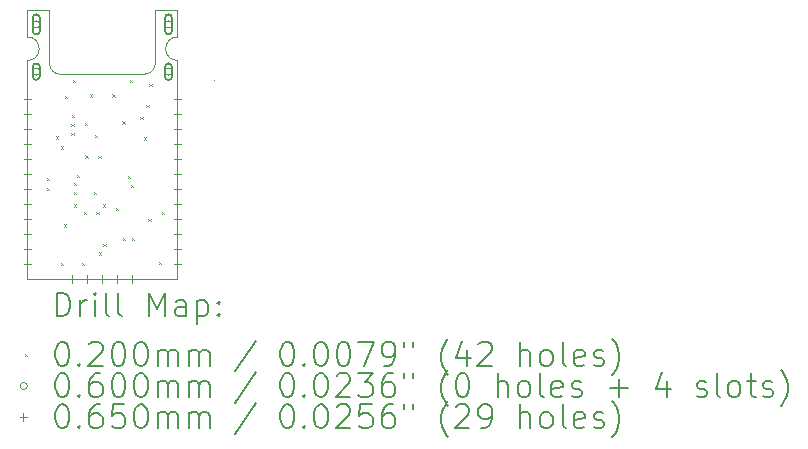
<source format=gbr>
%TF.GenerationSoftware,KiCad,Pcbnew,7.0.2*%
%TF.CreationDate,2023-07-26T16:03:30+02:00*%
%TF.ProjectId,epi,6570692e-6b69-4636-9164-5f7063625858,1_2_0*%
%TF.SameCoordinates,Original*%
%TF.FileFunction,Drillmap*%
%TF.FilePolarity,Positive*%
%FSLAX45Y45*%
G04 Gerber Fmt 4.5, Leading zero omitted, Abs format (unit mm)*
G04 Created by KiCad (PCBNEW 7.0.2) date 2023-07-26 16:03:30*
%MOMM*%
%LPD*%
G01*
G04 APERTURE LIST*
%ADD10C,0.010000*%
%ADD11C,0.100000*%
%ADD12C,0.200000*%
%ADD13C,0.020000*%
%ADD14C,0.060000*%
%ADD15C,0.065000*%
G04 APERTURE END LIST*
D10*
X11062322Y-5140000D02*
X11062322Y-5365000D01*
X9792322Y-5140000D02*
X9792322Y-5365000D01*
X10875442Y-5590000D02*
X10875442Y-5140000D01*
X11062322Y-5365000D02*
G75*
G03*
X11062322Y-5565000I-2J-100000D01*
G01*
X10785442Y-5680000D02*
X10069048Y-5680000D01*
X9979050Y-5590000D02*
G75*
G03*
X10069048Y-5680000I90000J0D01*
G01*
X9979048Y-5590000D02*
X9979048Y-5140000D01*
X9792322Y-5565000D02*
G75*
G03*
X9792322Y-5365000I-2J100000D01*
G01*
X10875442Y-5140000D02*
X11062322Y-5140000D01*
X11062322Y-7416000D02*
X11062322Y-5565000D01*
X9792322Y-7416000D02*
X11062322Y-7416000D01*
X10785442Y-5680002D02*
G75*
G03*
X10875442Y-5590000I-2J90002D01*
G01*
X9792322Y-5565000D02*
X9792322Y-7416000D01*
X9792322Y-5140000D02*
X9979048Y-5140000D01*
D11*
X11372322Y-5730000D02*
X11372322Y-5730000D01*
D12*
D13*
X9954872Y-6556000D02*
X9974872Y-6576000D01*
X9974872Y-6556000D02*
X9954872Y-6576000D01*
X9954872Y-6643254D02*
X9974872Y-6663254D01*
X9974872Y-6643254D02*
X9954872Y-6663254D01*
X10032322Y-6206000D02*
X10052322Y-6226000D01*
X10052322Y-6206000D02*
X10032322Y-6226000D01*
X10073322Y-6290000D02*
X10093322Y-6310000D01*
X10093322Y-6290000D02*
X10073322Y-6310000D01*
X10073322Y-7276000D02*
X10093322Y-7296000D01*
X10093322Y-7276000D02*
X10073322Y-7296000D01*
X10101234Y-6952088D02*
X10121234Y-6972088D01*
X10121234Y-6952088D02*
X10101234Y-6972088D01*
X10107766Y-5864058D02*
X10127766Y-5884058D01*
X10127766Y-5864058D02*
X10107766Y-5884058D01*
X10165410Y-6101250D02*
X10185410Y-6121250D01*
X10185410Y-6101250D02*
X10165410Y-6121250D01*
X10165410Y-6176200D02*
X10185410Y-6196200D01*
X10185410Y-6176200D02*
X10165410Y-6196200D01*
X10166557Y-6026308D02*
X10186557Y-6046308D01*
X10186557Y-6026308D02*
X10166557Y-6046308D01*
X10177322Y-5730000D02*
X10197322Y-5750000D01*
X10197322Y-5730000D02*
X10177322Y-5750000D01*
X10183322Y-6600000D02*
X10203322Y-6620000D01*
X10203322Y-6600000D02*
X10183322Y-6620000D01*
X10183322Y-6675050D02*
X10203322Y-6695050D01*
X10203322Y-6675050D02*
X10183322Y-6695050D01*
X10184186Y-6780864D02*
X10204186Y-6800864D01*
X10204186Y-6780864D02*
X10184186Y-6800864D01*
X10210872Y-6530254D02*
X10230872Y-6550254D01*
X10230872Y-6530254D02*
X10210872Y-6550254D01*
X10252322Y-7276000D02*
X10272322Y-7296000D01*
X10272322Y-7276000D02*
X10252322Y-7296000D01*
X10269772Y-6843700D02*
X10289772Y-6863700D01*
X10289772Y-6843700D02*
X10269772Y-6863700D01*
X10277442Y-6092000D02*
X10297442Y-6112000D01*
X10297442Y-6092000D02*
X10277442Y-6112000D01*
X10284185Y-6366687D02*
X10304185Y-6386687D01*
X10304185Y-6366687D02*
X10284185Y-6386687D01*
X10323322Y-5850000D02*
X10343322Y-5870000D01*
X10343322Y-5850000D02*
X10323322Y-5870000D01*
X10352322Y-6676000D02*
X10372322Y-6696000D01*
X10372322Y-6676000D02*
X10352322Y-6696000D01*
X10362372Y-6192305D02*
X10382372Y-6212305D01*
X10382372Y-6192305D02*
X10362372Y-6212305D01*
X10374722Y-6843700D02*
X10394722Y-6863700D01*
X10394722Y-6843700D02*
X10374722Y-6863700D01*
X10393322Y-6371992D02*
X10413322Y-6391992D01*
X10413322Y-6371992D02*
X10393322Y-6391992D01*
X10396372Y-7190000D02*
X10416372Y-7210000D01*
X10416372Y-7190000D02*
X10396372Y-7210000D01*
X10433322Y-6783600D02*
X10453322Y-6803600D01*
X10453322Y-6783600D02*
X10433322Y-6803600D01*
X10436272Y-7117520D02*
X10456272Y-7137520D01*
X10456272Y-7117520D02*
X10436272Y-7137520D01*
X10512322Y-5850000D02*
X10532322Y-5870000D01*
X10532322Y-5850000D02*
X10512322Y-5870000D01*
X10543322Y-6812450D02*
X10563322Y-6832450D01*
X10563322Y-6812450D02*
X10543322Y-6832450D01*
X10596272Y-6080000D02*
X10616272Y-6100000D01*
X10616272Y-6080000D02*
X10596272Y-6100000D01*
X10602382Y-7068253D02*
X10622382Y-7088253D01*
X10622382Y-7068253D02*
X10602382Y-7088253D01*
X10643322Y-6540000D02*
X10663322Y-6560000D01*
X10663322Y-6540000D02*
X10643322Y-6560000D01*
X10657322Y-5730000D02*
X10677322Y-5750000D01*
X10677322Y-5730000D02*
X10657322Y-5750000D01*
X10668631Y-6614976D02*
X10688631Y-6634976D01*
X10688631Y-6614976D02*
X10668631Y-6634976D01*
X10677303Y-7066157D02*
X10697303Y-7086157D01*
X10697303Y-7066157D02*
X10677303Y-7086157D01*
X10749322Y-6040000D02*
X10769322Y-6060000D01*
X10769322Y-6040000D02*
X10749322Y-6060000D01*
X10780322Y-6216000D02*
X10800322Y-6236000D01*
X10800322Y-6216000D02*
X10780322Y-6236000D01*
X10798872Y-5940000D02*
X10818872Y-5960000D01*
X10818872Y-5940000D02*
X10798872Y-5960000D01*
X10814910Y-6903412D02*
X10834910Y-6923412D01*
X10834910Y-6903412D02*
X10814910Y-6923412D01*
X10823322Y-5760000D02*
X10843322Y-5780000D01*
X10843322Y-5760000D02*
X10823322Y-5780000D01*
X10907272Y-7270000D02*
X10927272Y-7290000D01*
X10927272Y-7270000D02*
X10907272Y-7290000D01*
X10932251Y-6845487D02*
X10952251Y-6865487D01*
X10952251Y-6845487D02*
X10932251Y-6865487D01*
D14*
X9897322Y-5259150D02*
G75*
G03*
X9897322Y-5259150I-30000J0D01*
G01*
D12*
X9837322Y-5204150D02*
X9837322Y-5314150D01*
X9837322Y-5314150D02*
G75*
G03*
X9897322Y-5314150I30000J0D01*
G01*
X9897322Y-5314150D02*
X9897322Y-5204150D01*
X9897322Y-5204150D02*
G75*
G03*
X9837322Y-5204150I-30000J0D01*
G01*
D14*
X9897322Y-5659150D02*
G75*
G03*
X9897322Y-5659150I-30000J0D01*
G01*
D12*
X9837322Y-5619150D02*
X9837322Y-5699150D01*
X9837322Y-5699150D02*
G75*
G03*
X9897322Y-5699150I30000J0D01*
G01*
X9897322Y-5699150D02*
X9897322Y-5619150D01*
X9897322Y-5619150D02*
G75*
G03*
X9837322Y-5619150I-30000J0D01*
G01*
D14*
X11017322Y-5259150D02*
G75*
G03*
X11017322Y-5259150I-30000J0D01*
G01*
D12*
X10957322Y-5204150D02*
X10957322Y-5314150D01*
X10957322Y-5314150D02*
G75*
G03*
X11017322Y-5314150I30000J0D01*
G01*
X11017322Y-5314150D02*
X11017322Y-5204150D01*
X11017322Y-5204150D02*
G75*
G03*
X10957322Y-5204150I-30000J0D01*
G01*
D14*
X11017322Y-5659150D02*
G75*
G03*
X11017322Y-5659150I-30000J0D01*
G01*
D12*
X10957322Y-5619150D02*
X10957322Y-5699150D01*
X10957322Y-5699150D02*
G75*
G03*
X11017322Y-5699150I30000J0D01*
G01*
X11017322Y-5699150D02*
X11017322Y-5619150D01*
X11017322Y-5619150D02*
G75*
G03*
X10957322Y-5619150I-30000J0D01*
G01*
D15*
X9792322Y-5859500D02*
X9792322Y-5924500D01*
X9759822Y-5892000D02*
X9824822Y-5892000D01*
X9792322Y-5986500D02*
X9792322Y-6051500D01*
X9759822Y-6019000D02*
X9824822Y-6019000D01*
X9792322Y-6113500D02*
X9792322Y-6178500D01*
X9759822Y-6146000D02*
X9824822Y-6146000D01*
X9792322Y-6240500D02*
X9792322Y-6305500D01*
X9759822Y-6273000D02*
X9824822Y-6273000D01*
X9792322Y-6367500D02*
X9792322Y-6432500D01*
X9759822Y-6400000D02*
X9824822Y-6400000D01*
X9792322Y-6494500D02*
X9792322Y-6559500D01*
X9759822Y-6527000D02*
X9824822Y-6527000D01*
X9792322Y-6621500D02*
X9792322Y-6686500D01*
X9759822Y-6654000D02*
X9824822Y-6654000D01*
X9792322Y-6748500D02*
X9792322Y-6813500D01*
X9759822Y-6781000D02*
X9824822Y-6781000D01*
X9792322Y-6875500D02*
X9792322Y-6940500D01*
X9759822Y-6908000D02*
X9824822Y-6908000D01*
X9792322Y-7002500D02*
X9792322Y-7067500D01*
X9759822Y-7035000D02*
X9824822Y-7035000D01*
X9792322Y-7129500D02*
X9792322Y-7194500D01*
X9759822Y-7162000D02*
X9824822Y-7162000D01*
X9792322Y-7256500D02*
X9792322Y-7321500D01*
X9759822Y-7289000D02*
X9824822Y-7289000D01*
X10173322Y-7383500D02*
X10173322Y-7448500D01*
X10140822Y-7416000D02*
X10205822Y-7416000D01*
X10300322Y-7383500D02*
X10300322Y-7448500D01*
X10267822Y-7416000D02*
X10332822Y-7416000D01*
X10427322Y-7383500D02*
X10427322Y-7448500D01*
X10394822Y-7416000D02*
X10459822Y-7416000D01*
X10554322Y-7383500D02*
X10554322Y-7448500D01*
X10521822Y-7416000D02*
X10586822Y-7416000D01*
X10681322Y-7383500D02*
X10681322Y-7448500D01*
X10648822Y-7416000D02*
X10713822Y-7416000D01*
X11062322Y-5859500D02*
X11062322Y-5924500D01*
X11029822Y-5892000D02*
X11094822Y-5892000D01*
X11062322Y-5986500D02*
X11062322Y-6051500D01*
X11029822Y-6019000D02*
X11094822Y-6019000D01*
X11062322Y-6113500D02*
X11062322Y-6178500D01*
X11029822Y-6146000D02*
X11094822Y-6146000D01*
X11062322Y-6240500D02*
X11062322Y-6305500D01*
X11029822Y-6273000D02*
X11094822Y-6273000D01*
X11062322Y-6367500D02*
X11062322Y-6432500D01*
X11029822Y-6400000D02*
X11094822Y-6400000D01*
X11062322Y-6494500D02*
X11062322Y-6559500D01*
X11029822Y-6527000D02*
X11094822Y-6527000D01*
X11062322Y-6621500D02*
X11062322Y-6686500D01*
X11029822Y-6654000D02*
X11094822Y-6654000D01*
X11062322Y-6748500D02*
X11062322Y-6813500D01*
X11029822Y-6781000D02*
X11094822Y-6781000D01*
X11062322Y-6875500D02*
X11062322Y-6940500D01*
X11029822Y-6908000D02*
X11094822Y-6908000D01*
X11062322Y-7002500D02*
X11062322Y-7067500D01*
X11029822Y-7035000D02*
X11094822Y-7035000D01*
X11062322Y-7129500D02*
X11062322Y-7194500D01*
X11029822Y-7162000D02*
X11094822Y-7162000D01*
X11062322Y-7256500D02*
X11062322Y-7321500D01*
X11029822Y-7289000D02*
X11094822Y-7289000D01*
D12*
X10039441Y-7729024D02*
X10039441Y-7529024D01*
X10039441Y-7529024D02*
X10087060Y-7529024D01*
X10087060Y-7529024D02*
X10115632Y-7538548D01*
X10115632Y-7538548D02*
X10134679Y-7557595D01*
X10134679Y-7557595D02*
X10144203Y-7576643D01*
X10144203Y-7576643D02*
X10153727Y-7614738D01*
X10153727Y-7614738D02*
X10153727Y-7643309D01*
X10153727Y-7643309D02*
X10144203Y-7681405D01*
X10144203Y-7681405D02*
X10134679Y-7700452D01*
X10134679Y-7700452D02*
X10115632Y-7719500D01*
X10115632Y-7719500D02*
X10087060Y-7729024D01*
X10087060Y-7729024D02*
X10039441Y-7729024D01*
X10239441Y-7729024D02*
X10239441Y-7595690D01*
X10239441Y-7633786D02*
X10248965Y-7614738D01*
X10248965Y-7614738D02*
X10258489Y-7605214D01*
X10258489Y-7605214D02*
X10277536Y-7595690D01*
X10277536Y-7595690D02*
X10296584Y-7595690D01*
X10363251Y-7729024D02*
X10363251Y-7595690D01*
X10363251Y-7529024D02*
X10353727Y-7538548D01*
X10353727Y-7538548D02*
X10363251Y-7548071D01*
X10363251Y-7548071D02*
X10372774Y-7538548D01*
X10372774Y-7538548D02*
X10363251Y-7529024D01*
X10363251Y-7529024D02*
X10363251Y-7548071D01*
X10487060Y-7729024D02*
X10468012Y-7719500D01*
X10468012Y-7719500D02*
X10458489Y-7700452D01*
X10458489Y-7700452D02*
X10458489Y-7529024D01*
X10591822Y-7729024D02*
X10572774Y-7719500D01*
X10572774Y-7719500D02*
X10563251Y-7700452D01*
X10563251Y-7700452D02*
X10563251Y-7529024D01*
X10820393Y-7729024D02*
X10820393Y-7529024D01*
X10820393Y-7529024D02*
X10887060Y-7671881D01*
X10887060Y-7671881D02*
X10953727Y-7529024D01*
X10953727Y-7529024D02*
X10953727Y-7729024D01*
X11134679Y-7729024D02*
X11134679Y-7624262D01*
X11134679Y-7624262D02*
X11125155Y-7605214D01*
X11125155Y-7605214D02*
X11106108Y-7595690D01*
X11106108Y-7595690D02*
X11068012Y-7595690D01*
X11068012Y-7595690D02*
X11048965Y-7605214D01*
X11134679Y-7719500D02*
X11115632Y-7729024D01*
X11115632Y-7729024D02*
X11068012Y-7729024D01*
X11068012Y-7729024D02*
X11048965Y-7719500D01*
X11048965Y-7719500D02*
X11039441Y-7700452D01*
X11039441Y-7700452D02*
X11039441Y-7681405D01*
X11039441Y-7681405D02*
X11048965Y-7662357D01*
X11048965Y-7662357D02*
X11068012Y-7652833D01*
X11068012Y-7652833D02*
X11115632Y-7652833D01*
X11115632Y-7652833D02*
X11134679Y-7643309D01*
X11229917Y-7595690D02*
X11229917Y-7795690D01*
X11229917Y-7605214D02*
X11248965Y-7595690D01*
X11248965Y-7595690D02*
X11287060Y-7595690D01*
X11287060Y-7595690D02*
X11306108Y-7605214D01*
X11306108Y-7605214D02*
X11315631Y-7614738D01*
X11315631Y-7614738D02*
X11325155Y-7633786D01*
X11325155Y-7633786D02*
X11325155Y-7690928D01*
X11325155Y-7690928D02*
X11315631Y-7709976D01*
X11315631Y-7709976D02*
X11306108Y-7719500D01*
X11306108Y-7719500D02*
X11287060Y-7729024D01*
X11287060Y-7729024D02*
X11248965Y-7729024D01*
X11248965Y-7729024D02*
X11229917Y-7719500D01*
X11410870Y-7709976D02*
X11420393Y-7719500D01*
X11420393Y-7719500D02*
X11410870Y-7729024D01*
X11410870Y-7729024D02*
X11401346Y-7719500D01*
X11401346Y-7719500D02*
X11410870Y-7709976D01*
X11410870Y-7709976D02*
X11410870Y-7729024D01*
X11410870Y-7605214D02*
X11420393Y-7614738D01*
X11420393Y-7614738D02*
X11410870Y-7624262D01*
X11410870Y-7624262D02*
X11401346Y-7614738D01*
X11401346Y-7614738D02*
X11410870Y-7605214D01*
X11410870Y-7605214D02*
X11410870Y-7624262D01*
D13*
X9771822Y-8046500D02*
X9791822Y-8066500D01*
X9791822Y-8046500D02*
X9771822Y-8066500D01*
D12*
X10077536Y-7949024D02*
X10096584Y-7949024D01*
X10096584Y-7949024D02*
X10115632Y-7958548D01*
X10115632Y-7958548D02*
X10125155Y-7968071D01*
X10125155Y-7968071D02*
X10134679Y-7987119D01*
X10134679Y-7987119D02*
X10144203Y-8025214D01*
X10144203Y-8025214D02*
X10144203Y-8072833D01*
X10144203Y-8072833D02*
X10134679Y-8110928D01*
X10134679Y-8110928D02*
X10125155Y-8129976D01*
X10125155Y-8129976D02*
X10115632Y-8139500D01*
X10115632Y-8139500D02*
X10096584Y-8149024D01*
X10096584Y-8149024D02*
X10077536Y-8149024D01*
X10077536Y-8149024D02*
X10058489Y-8139500D01*
X10058489Y-8139500D02*
X10048965Y-8129976D01*
X10048965Y-8129976D02*
X10039441Y-8110928D01*
X10039441Y-8110928D02*
X10029917Y-8072833D01*
X10029917Y-8072833D02*
X10029917Y-8025214D01*
X10029917Y-8025214D02*
X10039441Y-7987119D01*
X10039441Y-7987119D02*
X10048965Y-7968071D01*
X10048965Y-7968071D02*
X10058489Y-7958548D01*
X10058489Y-7958548D02*
X10077536Y-7949024D01*
X10229917Y-8129976D02*
X10239441Y-8139500D01*
X10239441Y-8139500D02*
X10229917Y-8149024D01*
X10229917Y-8149024D02*
X10220393Y-8139500D01*
X10220393Y-8139500D02*
X10229917Y-8129976D01*
X10229917Y-8129976D02*
X10229917Y-8149024D01*
X10315632Y-7968071D02*
X10325155Y-7958548D01*
X10325155Y-7958548D02*
X10344203Y-7949024D01*
X10344203Y-7949024D02*
X10391822Y-7949024D01*
X10391822Y-7949024D02*
X10410870Y-7958548D01*
X10410870Y-7958548D02*
X10420393Y-7968071D01*
X10420393Y-7968071D02*
X10429917Y-7987119D01*
X10429917Y-7987119D02*
X10429917Y-8006167D01*
X10429917Y-8006167D02*
X10420393Y-8034738D01*
X10420393Y-8034738D02*
X10306108Y-8149024D01*
X10306108Y-8149024D02*
X10429917Y-8149024D01*
X10553727Y-7949024D02*
X10572774Y-7949024D01*
X10572774Y-7949024D02*
X10591822Y-7958548D01*
X10591822Y-7958548D02*
X10601346Y-7968071D01*
X10601346Y-7968071D02*
X10610870Y-7987119D01*
X10610870Y-7987119D02*
X10620393Y-8025214D01*
X10620393Y-8025214D02*
X10620393Y-8072833D01*
X10620393Y-8072833D02*
X10610870Y-8110928D01*
X10610870Y-8110928D02*
X10601346Y-8129976D01*
X10601346Y-8129976D02*
X10591822Y-8139500D01*
X10591822Y-8139500D02*
X10572774Y-8149024D01*
X10572774Y-8149024D02*
X10553727Y-8149024D01*
X10553727Y-8149024D02*
X10534679Y-8139500D01*
X10534679Y-8139500D02*
X10525155Y-8129976D01*
X10525155Y-8129976D02*
X10515632Y-8110928D01*
X10515632Y-8110928D02*
X10506108Y-8072833D01*
X10506108Y-8072833D02*
X10506108Y-8025214D01*
X10506108Y-8025214D02*
X10515632Y-7987119D01*
X10515632Y-7987119D02*
X10525155Y-7968071D01*
X10525155Y-7968071D02*
X10534679Y-7958548D01*
X10534679Y-7958548D02*
X10553727Y-7949024D01*
X10744203Y-7949024D02*
X10763251Y-7949024D01*
X10763251Y-7949024D02*
X10782298Y-7958548D01*
X10782298Y-7958548D02*
X10791822Y-7968071D01*
X10791822Y-7968071D02*
X10801346Y-7987119D01*
X10801346Y-7987119D02*
X10810870Y-8025214D01*
X10810870Y-8025214D02*
X10810870Y-8072833D01*
X10810870Y-8072833D02*
X10801346Y-8110928D01*
X10801346Y-8110928D02*
X10791822Y-8129976D01*
X10791822Y-8129976D02*
X10782298Y-8139500D01*
X10782298Y-8139500D02*
X10763251Y-8149024D01*
X10763251Y-8149024D02*
X10744203Y-8149024D01*
X10744203Y-8149024D02*
X10725155Y-8139500D01*
X10725155Y-8139500D02*
X10715632Y-8129976D01*
X10715632Y-8129976D02*
X10706108Y-8110928D01*
X10706108Y-8110928D02*
X10696584Y-8072833D01*
X10696584Y-8072833D02*
X10696584Y-8025214D01*
X10696584Y-8025214D02*
X10706108Y-7987119D01*
X10706108Y-7987119D02*
X10715632Y-7968071D01*
X10715632Y-7968071D02*
X10725155Y-7958548D01*
X10725155Y-7958548D02*
X10744203Y-7949024D01*
X10896584Y-8149024D02*
X10896584Y-8015690D01*
X10896584Y-8034738D02*
X10906108Y-8025214D01*
X10906108Y-8025214D02*
X10925155Y-8015690D01*
X10925155Y-8015690D02*
X10953727Y-8015690D01*
X10953727Y-8015690D02*
X10972774Y-8025214D01*
X10972774Y-8025214D02*
X10982298Y-8044262D01*
X10982298Y-8044262D02*
X10982298Y-8149024D01*
X10982298Y-8044262D02*
X10991822Y-8025214D01*
X10991822Y-8025214D02*
X11010870Y-8015690D01*
X11010870Y-8015690D02*
X11039441Y-8015690D01*
X11039441Y-8015690D02*
X11058489Y-8025214D01*
X11058489Y-8025214D02*
X11068013Y-8044262D01*
X11068013Y-8044262D02*
X11068013Y-8149024D01*
X11163251Y-8149024D02*
X11163251Y-8015690D01*
X11163251Y-8034738D02*
X11172774Y-8025214D01*
X11172774Y-8025214D02*
X11191822Y-8015690D01*
X11191822Y-8015690D02*
X11220393Y-8015690D01*
X11220393Y-8015690D02*
X11239441Y-8025214D01*
X11239441Y-8025214D02*
X11248965Y-8044262D01*
X11248965Y-8044262D02*
X11248965Y-8149024D01*
X11248965Y-8044262D02*
X11258489Y-8025214D01*
X11258489Y-8025214D02*
X11277536Y-8015690D01*
X11277536Y-8015690D02*
X11306108Y-8015690D01*
X11306108Y-8015690D02*
X11325155Y-8025214D01*
X11325155Y-8025214D02*
X11334679Y-8044262D01*
X11334679Y-8044262D02*
X11334679Y-8149024D01*
X11725155Y-7939500D02*
X11553727Y-8196643D01*
X11982298Y-7949024D02*
X12001346Y-7949024D01*
X12001346Y-7949024D02*
X12020394Y-7958548D01*
X12020394Y-7958548D02*
X12029917Y-7968071D01*
X12029917Y-7968071D02*
X12039441Y-7987119D01*
X12039441Y-7987119D02*
X12048965Y-8025214D01*
X12048965Y-8025214D02*
X12048965Y-8072833D01*
X12048965Y-8072833D02*
X12039441Y-8110928D01*
X12039441Y-8110928D02*
X12029917Y-8129976D01*
X12029917Y-8129976D02*
X12020394Y-8139500D01*
X12020394Y-8139500D02*
X12001346Y-8149024D01*
X12001346Y-8149024D02*
X11982298Y-8149024D01*
X11982298Y-8149024D02*
X11963251Y-8139500D01*
X11963251Y-8139500D02*
X11953727Y-8129976D01*
X11953727Y-8129976D02*
X11944203Y-8110928D01*
X11944203Y-8110928D02*
X11934679Y-8072833D01*
X11934679Y-8072833D02*
X11934679Y-8025214D01*
X11934679Y-8025214D02*
X11944203Y-7987119D01*
X11944203Y-7987119D02*
X11953727Y-7968071D01*
X11953727Y-7968071D02*
X11963251Y-7958548D01*
X11963251Y-7958548D02*
X11982298Y-7949024D01*
X12134679Y-8129976D02*
X12144203Y-8139500D01*
X12144203Y-8139500D02*
X12134679Y-8149024D01*
X12134679Y-8149024D02*
X12125155Y-8139500D01*
X12125155Y-8139500D02*
X12134679Y-8129976D01*
X12134679Y-8129976D02*
X12134679Y-8149024D01*
X12268013Y-7949024D02*
X12287060Y-7949024D01*
X12287060Y-7949024D02*
X12306108Y-7958548D01*
X12306108Y-7958548D02*
X12315632Y-7968071D01*
X12315632Y-7968071D02*
X12325155Y-7987119D01*
X12325155Y-7987119D02*
X12334679Y-8025214D01*
X12334679Y-8025214D02*
X12334679Y-8072833D01*
X12334679Y-8072833D02*
X12325155Y-8110928D01*
X12325155Y-8110928D02*
X12315632Y-8129976D01*
X12315632Y-8129976D02*
X12306108Y-8139500D01*
X12306108Y-8139500D02*
X12287060Y-8149024D01*
X12287060Y-8149024D02*
X12268013Y-8149024D01*
X12268013Y-8149024D02*
X12248965Y-8139500D01*
X12248965Y-8139500D02*
X12239441Y-8129976D01*
X12239441Y-8129976D02*
X12229917Y-8110928D01*
X12229917Y-8110928D02*
X12220394Y-8072833D01*
X12220394Y-8072833D02*
X12220394Y-8025214D01*
X12220394Y-8025214D02*
X12229917Y-7987119D01*
X12229917Y-7987119D02*
X12239441Y-7968071D01*
X12239441Y-7968071D02*
X12248965Y-7958548D01*
X12248965Y-7958548D02*
X12268013Y-7949024D01*
X12458489Y-7949024D02*
X12477536Y-7949024D01*
X12477536Y-7949024D02*
X12496584Y-7958548D01*
X12496584Y-7958548D02*
X12506108Y-7968071D01*
X12506108Y-7968071D02*
X12515632Y-7987119D01*
X12515632Y-7987119D02*
X12525155Y-8025214D01*
X12525155Y-8025214D02*
X12525155Y-8072833D01*
X12525155Y-8072833D02*
X12515632Y-8110928D01*
X12515632Y-8110928D02*
X12506108Y-8129976D01*
X12506108Y-8129976D02*
X12496584Y-8139500D01*
X12496584Y-8139500D02*
X12477536Y-8149024D01*
X12477536Y-8149024D02*
X12458489Y-8149024D01*
X12458489Y-8149024D02*
X12439441Y-8139500D01*
X12439441Y-8139500D02*
X12429917Y-8129976D01*
X12429917Y-8129976D02*
X12420394Y-8110928D01*
X12420394Y-8110928D02*
X12410870Y-8072833D01*
X12410870Y-8072833D02*
X12410870Y-8025214D01*
X12410870Y-8025214D02*
X12420394Y-7987119D01*
X12420394Y-7987119D02*
X12429917Y-7968071D01*
X12429917Y-7968071D02*
X12439441Y-7958548D01*
X12439441Y-7958548D02*
X12458489Y-7949024D01*
X12591822Y-7949024D02*
X12725155Y-7949024D01*
X12725155Y-7949024D02*
X12639441Y-8149024D01*
X12810870Y-8149024D02*
X12848965Y-8149024D01*
X12848965Y-8149024D02*
X12868013Y-8139500D01*
X12868013Y-8139500D02*
X12877536Y-8129976D01*
X12877536Y-8129976D02*
X12896584Y-8101405D01*
X12896584Y-8101405D02*
X12906108Y-8063309D01*
X12906108Y-8063309D02*
X12906108Y-7987119D01*
X12906108Y-7987119D02*
X12896584Y-7968071D01*
X12896584Y-7968071D02*
X12887060Y-7958548D01*
X12887060Y-7958548D02*
X12868013Y-7949024D01*
X12868013Y-7949024D02*
X12829917Y-7949024D01*
X12829917Y-7949024D02*
X12810870Y-7958548D01*
X12810870Y-7958548D02*
X12801346Y-7968071D01*
X12801346Y-7968071D02*
X12791822Y-7987119D01*
X12791822Y-7987119D02*
X12791822Y-8034738D01*
X12791822Y-8034738D02*
X12801346Y-8053786D01*
X12801346Y-8053786D02*
X12810870Y-8063309D01*
X12810870Y-8063309D02*
X12829917Y-8072833D01*
X12829917Y-8072833D02*
X12868013Y-8072833D01*
X12868013Y-8072833D02*
X12887060Y-8063309D01*
X12887060Y-8063309D02*
X12896584Y-8053786D01*
X12896584Y-8053786D02*
X12906108Y-8034738D01*
X12982298Y-7949024D02*
X12982298Y-7987119D01*
X13058489Y-7949024D02*
X13058489Y-7987119D01*
X13353727Y-8225214D02*
X13344203Y-8215690D01*
X13344203Y-8215690D02*
X13325156Y-8187119D01*
X13325156Y-8187119D02*
X13315632Y-8168071D01*
X13315632Y-8168071D02*
X13306108Y-8139500D01*
X13306108Y-8139500D02*
X13296584Y-8091881D01*
X13296584Y-8091881D02*
X13296584Y-8053786D01*
X13296584Y-8053786D02*
X13306108Y-8006167D01*
X13306108Y-8006167D02*
X13315632Y-7977595D01*
X13315632Y-7977595D02*
X13325156Y-7958548D01*
X13325156Y-7958548D02*
X13344203Y-7929976D01*
X13344203Y-7929976D02*
X13353727Y-7920452D01*
X13515632Y-8015690D02*
X13515632Y-8149024D01*
X13468013Y-7939500D02*
X13420394Y-8082357D01*
X13420394Y-8082357D02*
X13544203Y-8082357D01*
X13610870Y-7968071D02*
X13620394Y-7958548D01*
X13620394Y-7958548D02*
X13639441Y-7949024D01*
X13639441Y-7949024D02*
X13687060Y-7949024D01*
X13687060Y-7949024D02*
X13706108Y-7958548D01*
X13706108Y-7958548D02*
X13715632Y-7968071D01*
X13715632Y-7968071D02*
X13725156Y-7987119D01*
X13725156Y-7987119D02*
X13725156Y-8006167D01*
X13725156Y-8006167D02*
X13715632Y-8034738D01*
X13715632Y-8034738D02*
X13601346Y-8149024D01*
X13601346Y-8149024D02*
X13725156Y-8149024D01*
X13963251Y-8149024D02*
X13963251Y-7949024D01*
X14048965Y-8149024D02*
X14048965Y-8044262D01*
X14048965Y-8044262D02*
X14039441Y-8025214D01*
X14039441Y-8025214D02*
X14020394Y-8015690D01*
X14020394Y-8015690D02*
X13991822Y-8015690D01*
X13991822Y-8015690D02*
X13972775Y-8025214D01*
X13972775Y-8025214D02*
X13963251Y-8034738D01*
X14172775Y-8149024D02*
X14153727Y-8139500D01*
X14153727Y-8139500D02*
X14144203Y-8129976D01*
X14144203Y-8129976D02*
X14134679Y-8110928D01*
X14134679Y-8110928D02*
X14134679Y-8053786D01*
X14134679Y-8053786D02*
X14144203Y-8034738D01*
X14144203Y-8034738D02*
X14153727Y-8025214D01*
X14153727Y-8025214D02*
X14172775Y-8015690D01*
X14172775Y-8015690D02*
X14201346Y-8015690D01*
X14201346Y-8015690D02*
X14220394Y-8025214D01*
X14220394Y-8025214D02*
X14229918Y-8034738D01*
X14229918Y-8034738D02*
X14239441Y-8053786D01*
X14239441Y-8053786D02*
X14239441Y-8110928D01*
X14239441Y-8110928D02*
X14229918Y-8129976D01*
X14229918Y-8129976D02*
X14220394Y-8139500D01*
X14220394Y-8139500D02*
X14201346Y-8149024D01*
X14201346Y-8149024D02*
X14172775Y-8149024D01*
X14353727Y-8149024D02*
X14334679Y-8139500D01*
X14334679Y-8139500D02*
X14325156Y-8120452D01*
X14325156Y-8120452D02*
X14325156Y-7949024D01*
X14506108Y-8139500D02*
X14487060Y-8149024D01*
X14487060Y-8149024D02*
X14448965Y-8149024D01*
X14448965Y-8149024D02*
X14429918Y-8139500D01*
X14429918Y-8139500D02*
X14420394Y-8120452D01*
X14420394Y-8120452D02*
X14420394Y-8044262D01*
X14420394Y-8044262D02*
X14429918Y-8025214D01*
X14429918Y-8025214D02*
X14448965Y-8015690D01*
X14448965Y-8015690D02*
X14487060Y-8015690D01*
X14487060Y-8015690D02*
X14506108Y-8025214D01*
X14506108Y-8025214D02*
X14515632Y-8044262D01*
X14515632Y-8044262D02*
X14515632Y-8063309D01*
X14515632Y-8063309D02*
X14420394Y-8082357D01*
X14591822Y-8139500D02*
X14610870Y-8149024D01*
X14610870Y-8149024D02*
X14648965Y-8149024D01*
X14648965Y-8149024D02*
X14668013Y-8139500D01*
X14668013Y-8139500D02*
X14677537Y-8120452D01*
X14677537Y-8120452D02*
X14677537Y-8110928D01*
X14677537Y-8110928D02*
X14668013Y-8091881D01*
X14668013Y-8091881D02*
X14648965Y-8082357D01*
X14648965Y-8082357D02*
X14620394Y-8082357D01*
X14620394Y-8082357D02*
X14601346Y-8072833D01*
X14601346Y-8072833D02*
X14591822Y-8053786D01*
X14591822Y-8053786D02*
X14591822Y-8044262D01*
X14591822Y-8044262D02*
X14601346Y-8025214D01*
X14601346Y-8025214D02*
X14620394Y-8015690D01*
X14620394Y-8015690D02*
X14648965Y-8015690D01*
X14648965Y-8015690D02*
X14668013Y-8025214D01*
X14744203Y-8225214D02*
X14753727Y-8215690D01*
X14753727Y-8215690D02*
X14772775Y-8187119D01*
X14772775Y-8187119D02*
X14782299Y-8168071D01*
X14782299Y-8168071D02*
X14791822Y-8139500D01*
X14791822Y-8139500D02*
X14801346Y-8091881D01*
X14801346Y-8091881D02*
X14801346Y-8053786D01*
X14801346Y-8053786D02*
X14791822Y-8006167D01*
X14791822Y-8006167D02*
X14782299Y-7977595D01*
X14782299Y-7977595D02*
X14772775Y-7958548D01*
X14772775Y-7958548D02*
X14753727Y-7929976D01*
X14753727Y-7929976D02*
X14744203Y-7920452D01*
D14*
X9791822Y-8320500D02*
G75*
G03*
X9791822Y-8320500I-30000J0D01*
G01*
D12*
X10077536Y-8213024D02*
X10096584Y-8213024D01*
X10096584Y-8213024D02*
X10115632Y-8222548D01*
X10115632Y-8222548D02*
X10125155Y-8232071D01*
X10125155Y-8232071D02*
X10134679Y-8251119D01*
X10134679Y-8251119D02*
X10144203Y-8289214D01*
X10144203Y-8289214D02*
X10144203Y-8336833D01*
X10144203Y-8336833D02*
X10134679Y-8374928D01*
X10134679Y-8374928D02*
X10125155Y-8393976D01*
X10125155Y-8393976D02*
X10115632Y-8403500D01*
X10115632Y-8403500D02*
X10096584Y-8413024D01*
X10096584Y-8413024D02*
X10077536Y-8413024D01*
X10077536Y-8413024D02*
X10058489Y-8403500D01*
X10058489Y-8403500D02*
X10048965Y-8393976D01*
X10048965Y-8393976D02*
X10039441Y-8374928D01*
X10039441Y-8374928D02*
X10029917Y-8336833D01*
X10029917Y-8336833D02*
X10029917Y-8289214D01*
X10029917Y-8289214D02*
X10039441Y-8251119D01*
X10039441Y-8251119D02*
X10048965Y-8232071D01*
X10048965Y-8232071D02*
X10058489Y-8222548D01*
X10058489Y-8222548D02*
X10077536Y-8213024D01*
X10229917Y-8393976D02*
X10239441Y-8403500D01*
X10239441Y-8403500D02*
X10229917Y-8413024D01*
X10229917Y-8413024D02*
X10220393Y-8403500D01*
X10220393Y-8403500D02*
X10229917Y-8393976D01*
X10229917Y-8393976D02*
X10229917Y-8413024D01*
X10410870Y-8213024D02*
X10372774Y-8213024D01*
X10372774Y-8213024D02*
X10353727Y-8222548D01*
X10353727Y-8222548D02*
X10344203Y-8232071D01*
X10344203Y-8232071D02*
X10325155Y-8260643D01*
X10325155Y-8260643D02*
X10315632Y-8298738D01*
X10315632Y-8298738D02*
X10315632Y-8374928D01*
X10315632Y-8374928D02*
X10325155Y-8393976D01*
X10325155Y-8393976D02*
X10334679Y-8403500D01*
X10334679Y-8403500D02*
X10353727Y-8413024D01*
X10353727Y-8413024D02*
X10391822Y-8413024D01*
X10391822Y-8413024D02*
X10410870Y-8403500D01*
X10410870Y-8403500D02*
X10420393Y-8393976D01*
X10420393Y-8393976D02*
X10429917Y-8374928D01*
X10429917Y-8374928D02*
X10429917Y-8327309D01*
X10429917Y-8327309D02*
X10420393Y-8308262D01*
X10420393Y-8308262D02*
X10410870Y-8298738D01*
X10410870Y-8298738D02*
X10391822Y-8289214D01*
X10391822Y-8289214D02*
X10353727Y-8289214D01*
X10353727Y-8289214D02*
X10334679Y-8298738D01*
X10334679Y-8298738D02*
X10325155Y-8308262D01*
X10325155Y-8308262D02*
X10315632Y-8327309D01*
X10553727Y-8213024D02*
X10572774Y-8213024D01*
X10572774Y-8213024D02*
X10591822Y-8222548D01*
X10591822Y-8222548D02*
X10601346Y-8232071D01*
X10601346Y-8232071D02*
X10610870Y-8251119D01*
X10610870Y-8251119D02*
X10620393Y-8289214D01*
X10620393Y-8289214D02*
X10620393Y-8336833D01*
X10620393Y-8336833D02*
X10610870Y-8374928D01*
X10610870Y-8374928D02*
X10601346Y-8393976D01*
X10601346Y-8393976D02*
X10591822Y-8403500D01*
X10591822Y-8403500D02*
X10572774Y-8413024D01*
X10572774Y-8413024D02*
X10553727Y-8413024D01*
X10553727Y-8413024D02*
X10534679Y-8403500D01*
X10534679Y-8403500D02*
X10525155Y-8393976D01*
X10525155Y-8393976D02*
X10515632Y-8374928D01*
X10515632Y-8374928D02*
X10506108Y-8336833D01*
X10506108Y-8336833D02*
X10506108Y-8289214D01*
X10506108Y-8289214D02*
X10515632Y-8251119D01*
X10515632Y-8251119D02*
X10525155Y-8232071D01*
X10525155Y-8232071D02*
X10534679Y-8222548D01*
X10534679Y-8222548D02*
X10553727Y-8213024D01*
X10744203Y-8213024D02*
X10763251Y-8213024D01*
X10763251Y-8213024D02*
X10782298Y-8222548D01*
X10782298Y-8222548D02*
X10791822Y-8232071D01*
X10791822Y-8232071D02*
X10801346Y-8251119D01*
X10801346Y-8251119D02*
X10810870Y-8289214D01*
X10810870Y-8289214D02*
X10810870Y-8336833D01*
X10810870Y-8336833D02*
X10801346Y-8374928D01*
X10801346Y-8374928D02*
X10791822Y-8393976D01*
X10791822Y-8393976D02*
X10782298Y-8403500D01*
X10782298Y-8403500D02*
X10763251Y-8413024D01*
X10763251Y-8413024D02*
X10744203Y-8413024D01*
X10744203Y-8413024D02*
X10725155Y-8403500D01*
X10725155Y-8403500D02*
X10715632Y-8393976D01*
X10715632Y-8393976D02*
X10706108Y-8374928D01*
X10706108Y-8374928D02*
X10696584Y-8336833D01*
X10696584Y-8336833D02*
X10696584Y-8289214D01*
X10696584Y-8289214D02*
X10706108Y-8251119D01*
X10706108Y-8251119D02*
X10715632Y-8232071D01*
X10715632Y-8232071D02*
X10725155Y-8222548D01*
X10725155Y-8222548D02*
X10744203Y-8213024D01*
X10896584Y-8413024D02*
X10896584Y-8279690D01*
X10896584Y-8298738D02*
X10906108Y-8289214D01*
X10906108Y-8289214D02*
X10925155Y-8279690D01*
X10925155Y-8279690D02*
X10953727Y-8279690D01*
X10953727Y-8279690D02*
X10972774Y-8289214D01*
X10972774Y-8289214D02*
X10982298Y-8308262D01*
X10982298Y-8308262D02*
X10982298Y-8413024D01*
X10982298Y-8308262D02*
X10991822Y-8289214D01*
X10991822Y-8289214D02*
X11010870Y-8279690D01*
X11010870Y-8279690D02*
X11039441Y-8279690D01*
X11039441Y-8279690D02*
X11058489Y-8289214D01*
X11058489Y-8289214D02*
X11068013Y-8308262D01*
X11068013Y-8308262D02*
X11068013Y-8413024D01*
X11163251Y-8413024D02*
X11163251Y-8279690D01*
X11163251Y-8298738D02*
X11172774Y-8289214D01*
X11172774Y-8289214D02*
X11191822Y-8279690D01*
X11191822Y-8279690D02*
X11220393Y-8279690D01*
X11220393Y-8279690D02*
X11239441Y-8289214D01*
X11239441Y-8289214D02*
X11248965Y-8308262D01*
X11248965Y-8308262D02*
X11248965Y-8413024D01*
X11248965Y-8308262D02*
X11258489Y-8289214D01*
X11258489Y-8289214D02*
X11277536Y-8279690D01*
X11277536Y-8279690D02*
X11306108Y-8279690D01*
X11306108Y-8279690D02*
X11325155Y-8289214D01*
X11325155Y-8289214D02*
X11334679Y-8308262D01*
X11334679Y-8308262D02*
X11334679Y-8413024D01*
X11725155Y-8203500D02*
X11553727Y-8460643D01*
X11982298Y-8213024D02*
X12001346Y-8213024D01*
X12001346Y-8213024D02*
X12020394Y-8222548D01*
X12020394Y-8222548D02*
X12029917Y-8232071D01*
X12029917Y-8232071D02*
X12039441Y-8251119D01*
X12039441Y-8251119D02*
X12048965Y-8289214D01*
X12048965Y-8289214D02*
X12048965Y-8336833D01*
X12048965Y-8336833D02*
X12039441Y-8374928D01*
X12039441Y-8374928D02*
X12029917Y-8393976D01*
X12029917Y-8393976D02*
X12020394Y-8403500D01*
X12020394Y-8403500D02*
X12001346Y-8413024D01*
X12001346Y-8413024D02*
X11982298Y-8413024D01*
X11982298Y-8413024D02*
X11963251Y-8403500D01*
X11963251Y-8403500D02*
X11953727Y-8393976D01*
X11953727Y-8393976D02*
X11944203Y-8374928D01*
X11944203Y-8374928D02*
X11934679Y-8336833D01*
X11934679Y-8336833D02*
X11934679Y-8289214D01*
X11934679Y-8289214D02*
X11944203Y-8251119D01*
X11944203Y-8251119D02*
X11953727Y-8232071D01*
X11953727Y-8232071D02*
X11963251Y-8222548D01*
X11963251Y-8222548D02*
X11982298Y-8213024D01*
X12134679Y-8393976D02*
X12144203Y-8403500D01*
X12144203Y-8403500D02*
X12134679Y-8413024D01*
X12134679Y-8413024D02*
X12125155Y-8403500D01*
X12125155Y-8403500D02*
X12134679Y-8393976D01*
X12134679Y-8393976D02*
X12134679Y-8413024D01*
X12268013Y-8213024D02*
X12287060Y-8213024D01*
X12287060Y-8213024D02*
X12306108Y-8222548D01*
X12306108Y-8222548D02*
X12315632Y-8232071D01*
X12315632Y-8232071D02*
X12325155Y-8251119D01*
X12325155Y-8251119D02*
X12334679Y-8289214D01*
X12334679Y-8289214D02*
X12334679Y-8336833D01*
X12334679Y-8336833D02*
X12325155Y-8374928D01*
X12325155Y-8374928D02*
X12315632Y-8393976D01*
X12315632Y-8393976D02*
X12306108Y-8403500D01*
X12306108Y-8403500D02*
X12287060Y-8413024D01*
X12287060Y-8413024D02*
X12268013Y-8413024D01*
X12268013Y-8413024D02*
X12248965Y-8403500D01*
X12248965Y-8403500D02*
X12239441Y-8393976D01*
X12239441Y-8393976D02*
X12229917Y-8374928D01*
X12229917Y-8374928D02*
X12220394Y-8336833D01*
X12220394Y-8336833D02*
X12220394Y-8289214D01*
X12220394Y-8289214D02*
X12229917Y-8251119D01*
X12229917Y-8251119D02*
X12239441Y-8232071D01*
X12239441Y-8232071D02*
X12248965Y-8222548D01*
X12248965Y-8222548D02*
X12268013Y-8213024D01*
X12410870Y-8232071D02*
X12420394Y-8222548D01*
X12420394Y-8222548D02*
X12439441Y-8213024D01*
X12439441Y-8213024D02*
X12487060Y-8213024D01*
X12487060Y-8213024D02*
X12506108Y-8222548D01*
X12506108Y-8222548D02*
X12515632Y-8232071D01*
X12515632Y-8232071D02*
X12525155Y-8251119D01*
X12525155Y-8251119D02*
X12525155Y-8270167D01*
X12525155Y-8270167D02*
X12515632Y-8298738D01*
X12515632Y-8298738D02*
X12401346Y-8413024D01*
X12401346Y-8413024D02*
X12525155Y-8413024D01*
X12591822Y-8213024D02*
X12715632Y-8213024D01*
X12715632Y-8213024D02*
X12648965Y-8289214D01*
X12648965Y-8289214D02*
X12677536Y-8289214D01*
X12677536Y-8289214D02*
X12696584Y-8298738D01*
X12696584Y-8298738D02*
X12706108Y-8308262D01*
X12706108Y-8308262D02*
X12715632Y-8327309D01*
X12715632Y-8327309D02*
X12715632Y-8374928D01*
X12715632Y-8374928D02*
X12706108Y-8393976D01*
X12706108Y-8393976D02*
X12696584Y-8403500D01*
X12696584Y-8403500D02*
X12677536Y-8413024D01*
X12677536Y-8413024D02*
X12620394Y-8413024D01*
X12620394Y-8413024D02*
X12601346Y-8403500D01*
X12601346Y-8403500D02*
X12591822Y-8393976D01*
X12887060Y-8213024D02*
X12848965Y-8213024D01*
X12848965Y-8213024D02*
X12829917Y-8222548D01*
X12829917Y-8222548D02*
X12820394Y-8232071D01*
X12820394Y-8232071D02*
X12801346Y-8260643D01*
X12801346Y-8260643D02*
X12791822Y-8298738D01*
X12791822Y-8298738D02*
X12791822Y-8374928D01*
X12791822Y-8374928D02*
X12801346Y-8393976D01*
X12801346Y-8393976D02*
X12810870Y-8403500D01*
X12810870Y-8403500D02*
X12829917Y-8413024D01*
X12829917Y-8413024D02*
X12868013Y-8413024D01*
X12868013Y-8413024D02*
X12887060Y-8403500D01*
X12887060Y-8403500D02*
X12896584Y-8393976D01*
X12896584Y-8393976D02*
X12906108Y-8374928D01*
X12906108Y-8374928D02*
X12906108Y-8327309D01*
X12906108Y-8327309D02*
X12896584Y-8308262D01*
X12896584Y-8308262D02*
X12887060Y-8298738D01*
X12887060Y-8298738D02*
X12868013Y-8289214D01*
X12868013Y-8289214D02*
X12829917Y-8289214D01*
X12829917Y-8289214D02*
X12810870Y-8298738D01*
X12810870Y-8298738D02*
X12801346Y-8308262D01*
X12801346Y-8308262D02*
X12791822Y-8327309D01*
X12982298Y-8213024D02*
X12982298Y-8251119D01*
X13058489Y-8213024D02*
X13058489Y-8251119D01*
X13353727Y-8489214D02*
X13344203Y-8479690D01*
X13344203Y-8479690D02*
X13325156Y-8451119D01*
X13325156Y-8451119D02*
X13315632Y-8432071D01*
X13315632Y-8432071D02*
X13306108Y-8403500D01*
X13306108Y-8403500D02*
X13296584Y-8355881D01*
X13296584Y-8355881D02*
X13296584Y-8317786D01*
X13296584Y-8317786D02*
X13306108Y-8270167D01*
X13306108Y-8270167D02*
X13315632Y-8241595D01*
X13315632Y-8241595D02*
X13325156Y-8222548D01*
X13325156Y-8222548D02*
X13344203Y-8193976D01*
X13344203Y-8193976D02*
X13353727Y-8184452D01*
X13468013Y-8213024D02*
X13487060Y-8213024D01*
X13487060Y-8213024D02*
X13506108Y-8222548D01*
X13506108Y-8222548D02*
X13515632Y-8232071D01*
X13515632Y-8232071D02*
X13525156Y-8251119D01*
X13525156Y-8251119D02*
X13534679Y-8289214D01*
X13534679Y-8289214D02*
X13534679Y-8336833D01*
X13534679Y-8336833D02*
X13525156Y-8374928D01*
X13525156Y-8374928D02*
X13515632Y-8393976D01*
X13515632Y-8393976D02*
X13506108Y-8403500D01*
X13506108Y-8403500D02*
X13487060Y-8413024D01*
X13487060Y-8413024D02*
X13468013Y-8413024D01*
X13468013Y-8413024D02*
X13448965Y-8403500D01*
X13448965Y-8403500D02*
X13439441Y-8393976D01*
X13439441Y-8393976D02*
X13429917Y-8374928D01*
X13429917Y-8374928D02*
X13420394Y-8336833D01*
X13420394Y-8336833D02*
X13420394Y-8289214D01*
X13420394Y-8289214D02*
X13429917Y-8251119D01*
X13429917Y-8251119D02*
X13439441Y-8232071D01*
X13439441Y-8232071D02*
X13448965Y-8222548D01*
X13448965Y-8222548D02*
X13468013Y-8213024D01*
X13772775Y-8413024D02*
X13772775Y-8213024D01*
X13858489Y-8413024D02*
X13858489Y-8308262D01*
X13858489Y-8308262D02*
X13848965Y-8289214D01*
X13848965Y-8289214D02*
X13829918Y-8279690D01*
X13829918Y-8279690D02*
X13801346Y-8279690D01*
X13801346Y-8279690D02*
X13782298Y-8289214D01*
X13782298Y-8289214D02*
X13772775Y-8298738D01*
X13982298Y-8413024D02*
X13963251Y-8403500D01*
X13963251Y-8403500D02*
X13953727Y-8393976D01*
X13953727Y-8393976D02*
X13944203Y-8374928D01*
X13944203Y-8374928D02*
X13944203Y-8317786D01*
X13944203Y-8317786D02*
X13953727Y-8298738D01*
X13953727Y-8298738D02*
X13963251Y-8289214D01*
X13963251Y-8289214D02*
X13982298Y-8279690D01*
X13982298Y-8279690D02*
X14010870Y-8279690D01*
X14010870Y-8279690D02*
X14029918Y-8289214D01*
X14029918Y-8289214D02*
X14039441Y-8298738D01*
X14039441Y-8298738D02*
X14048965Y-8317786D01*
X14048965Y-8317786D02*
X14048965Y-8374928D01*
X14048965Y-8374928D02*
X14039441Y-8393976D01*
X14039441Y-8393976D02*
X14029918Y-8403500D01*
X14029918Y-8403500D02*
X14010870Y-8413024D01*
X14010870Y-8413024D02*
X13982298Y-8413024D01*
X14163251Y-8413024D02*
X14144203Y-8403500D01*
X14144203Y-8403500D02*
X14134679Y-8384452D01*
X14134679Y-8384452D02*
X14134679Y-8213024D01*
X14315632Y-8403500D02*
X14296584Y-8413024D01*
X14296584Y-8413024D02*
X14258489Y-8413024D01*
X14258489Y-8413024D02*
X14239441Y-8403500D01*
X14239441Y-8403500D02*
X14229918Y-8384452D01*
X14229918Y-8384452D02*
X14229918Y-8308262D01*
X14229918Y-8308262D02*
X14239441Y-8289214D01*
X14239441Y-8289214D02*
X14258489Y-8279690D01*
X14258489Y-8279690D02*
X14296584Y-8279690D01*
X14296584Y-8279690D02*
X14315632Y-8289214D01*
X14315632Y-8289214D02*
X14325156Y-8308262D01*
X14325156Y-8308262D02*
X14325156Y-8327309D01*
X14325156Y-8327309D02*
X14229918Y-8346357D01*
X14401346Y-8403500D02*
X14420394Y-8413024D01*
X14420394Y-8413024D02*
X14458489Y-8413024D01*
X14458489Y-8413024D02*
X14477537Y-8403500D01*
X14477537Y-8403500D02*
X14487060Y-8384452D01*
X14487060Y-8384452D02*
X14487060Y-8374928D01*
X14487060Y-8374928D02*
X14477537Y-8355881D01*
X14477537Y-8355881D02*
X14458489Y-8346357D01*
X14458489Y-8346357D02*
X14429918Y-8346357D01*
X14429918Y-8346357D02*
X14410870Y-8336833D01*
X14410870Y-8336833D02*
X14401346Y-8317786D01*
X14401346Y-8317786D02*
X14401346Y-8308262D01*
X14401346Y-8308262D02*
X14410870Y-8289214D01*
X14410870Y-8289214D02*
X14429918Y-8279690D01*
X14429918Y-8279690D02*
X14458489Y-8279690D01*
X14458489Y-8279690D02*
X14477537Y-8289214D01*
X14725156Y-8336833D02*
X14877537Y-8336833D01*
X14801346Y-8413024D02*
X14801346Y-8260643D01*
X15210870Y-8279690D02*
X15210870Y-8413024D01*
X15163251Y-8203500D02*
X15115632Y-8346357D01*
X15115632Y-8346357D02*
X15239441Y-8346357D01*
X15458489Y-8403500D02*
X15477537Y-8413024D01*
X15477537Y-8413024D02*
X15515632Y-8413024D01*
X15515632Y-8413024D02*
X15534680Y-8403500D01*
X15534680Y-8403500D02*
X15544203Y-8384452D01*
X15544203Y-8384452D02*
X15544203Y-8374928D01*
X15544203Y-8374928D02*
X15534680Y-8355881D01*
X15534680Y-8355881D02*
X15515632Y-8346357D01*
X15515632Y-8346357D02*
X15487061Y-8346357D01*
X15487061Y-8346357D02*
X15468013Y-8336833D01*
X15468013Y-8336833D02*
X15458489Y-8317786D01*
X15458489Y-8317786D02*
X15458489Y-8308262D01*
X15458489Y-8308262D02*
X15468013Y-8289214D01*
X15468013Y-8289214D02*
X15487061Y-8279690D01*
X15487061Y-8279690D02*
X15515632Y-8279690D01*
X15515632Y-8279690D02*
X15534680Y-8289214D01*
X15658489Y-8413024D02*
X15639442Y-8403500D01*
X15639442Y-8403500D02*
X15629918Y-8384452D01*
X15629918Y-8384452D02*
X15629918Y-8213024D01*
X15763251Y-8413024D02*
X15744203Y-8403500D01*
X15744203Y-8403500D02*
X15734680Y-8393976D01*
X15734680Y-8393976D02*
X15725156Y-8374928D01*
X15725156Y-8374928D02*
X15725156Y-8317786D01*
X15725156Y-8317786D02*
X15734680Y-8298738D01*
X15734680Y-8298738D02*
X15744203Y-8289214D01*
X15744203Y-8289214D02*
X15763251Y-8279690D01*
X15763251Y-8279690D02*
X15791823Y-8279690D01*
X15791823Y-8279690D02*
X15810870Y-8289214D01*
X15810870Y-8289214D02*
X15820394Y-8298738D01*
X15820394Y-8298738D02*
X15829918Y-8317786D01*
X15829918Y-8317786D02*
X15829918Y-8374928D01*
X15829918Y-8374928D02*
X15820394Y-8393976D01*
X15820394Y-8393976D02*
X15810870Y-8403500D01*
X15810870Y-8403500D02*
X15791823Y-8413024D01*
X15791823Y-8413024D02*
X15763251Y-8413024D01*
X15887061Y-8279690D02*
X15963251Y-8279690D01*
X15915632Y-8213024D02*
X15915632Y-8384452D01*
X15915632Y-8384452D02*
X15925156Y-8403500D01*
X15925156Y-8403500D02*
X15944203Y-8413024D01*
X15944203Y-8413024D02*
X15963251Y-8413024D01*
X16020394Y-8403500D02*
X16039442Y-8413024D01*
X16039442Y-8413024D02*
X16077537Y-8413024D01*
X16077537Y-8413024D02*
X16096584Y-8403500D01*
X16096584Y-8403500D02*
X16106108Y-8384452D01*
X16106108Y-8384452D02*
X16106108Y-8374928D01*
X16106108Y-8374928D02*
X16096584Y-8355881D01*
X16096584Y-8355881D02*
X16077537Y-8346357D01*
X16077537Y-8346357D02*
X16048965Y-8346357D01*
X16048965Y-8346357D02*
X16029918Y-8336833D01*
X16029918Y-8336833D02*
X16020394Y-8317786D01*
X16020394Y-8317786D02*
X16020394Y-8308262D01*
X16020394Y-8308262D02*
X16029918Y-8289214D01*
X16029918Y-8289214D02*
X16048965Y-8279690D01*
X16048965Y-8279690D02*
X16077537Y-8279690D01*
X16077537Y-8279690D02*
X16096584Y-8289214D01*
X16172775Y-8489214D02*
X16182299Y-8479690D01*
X16182299Y-8479690D02*
X16201346Y-8451119D01*
X16201346Y-8451119D02*
X16210870Y-8432071D01*
X16210870Y-8432071D02*
X16220394Y-8403500D01*
X16220394Y-8403500D02*
X16229918Y-8355881D01*
X16229918Y-8355881D02*
X16229918Y-8317786D01*
X16229918Y-8317786D02*
X16220394Y-8270167D01*
X16220394Y-8270167D02*
X16210870Y-8241595D01*
X16210870Y-8241595D02*
X16201346Y-8222548D01*
X16201346Y-8222548D02*
X16182299Y-8193976D01*
X16182299Y-8193976D02*
X16172775Y-8184452D01*
D15*
X9759322Y-8552000D02*
X9759322Y-8617000D01*
X9726822Y-8584500D02*
X9791822Y-8584500D01*
D12*
X10077536Y-8477024D02*
X10096584Y-8477024D01*
X10096584Y-8477024D02*
X10115632Y-8486548D01*
X10115632Y-8486548D02*
X10125155Y-8496071D01*
X10125155Y-8496071D02*
X10134679Y-8515119D01*
X10134679Y-8515119D02*
X10144203Y-8553214D01*
X10144203Y-8553214D02*
X10144203Y-8600833D01*
X10144203Y-8600833D02*
X10134679Y-8638929D01*
X10134679Y-8638929D02*
X10125155Y-8657976D01*
X10125155Y-8657976D02*
X10115632Y-8667500D01*
X10115632Y-8667500D02*
X10096584Y-8677024D01*
X10096584Y-8677024D02*
X10077536Y-8677024D01*
X10077536Y-8677024D02*
X10058489Y-8667500D01*
X10058489Y-8667500D02*
X10048965Y-8657976D01*
X10048965Y-8657976D02*
X10039441Y-8638929D01*
X10039441Y-8638929D02*
X10029917Y-8600833D01*
X10029917Y-8600833D02*
X10029917Y-8553214D01*
X10029917Y-8553214D02*
X10039441Y-8515119D01*
X10039441Y-8515119D02*
X10048965Y-8496071D01*
X10048965Y-8496071D02*
X10058489Y-8486548D01*
X10058489Y-8486548D02*
X10077536Y-8477024D01*
X10229917Y-8657976D02*
X10239441Y-8667500D01*
X10239441Y-8667500D02*
X10229917Y-8677024D01*
X10229917Y-8677024D02*
X10220393Y-8667500D01*
X10220393Y-8667500D02*
X10229917Y-8657976D01*
X10229917Y-8657976D02*
X10229917Y-8677024D01*
X10410870Y-8477024D02*
X10372774Y-8477024D01*
X10372774Y-8477024D02*
X10353727Y-8486548D01*
X10353727Y-8486548D02*
X10344203Y-8496071D01*
X10344203Y-8496071D02*
X10325155Y-8524643D01*
X10325155Y-8524643D02*
X10315632Y-8562738D01*
X10315632Y-8562738D02*
X10315632Y-8638929D01*
X10315632Y-8638929D02*
X10325155Y-8657976D01*
X10325155Y-8657976D02*
X10334679Y-8667500D01*
X10334679Y-8667500D02*
X10353727Y-8677024D01*
X10353727Y-8677024D02*
X10391822Y-8677024D01*
X10391822Y-8677024D02*
X10410870Y-8667500D01*
X10410870Y-8667500D02*
X10420393Y-8657976D01*
X10420393Y-8657976D02*
X10429917Y-8638929D01*
X10429917Y-8638929D02*
X10429917Y-8591310D01*
X10429917Y-8591310D02*
X10420393Y-8572262D01*
X10420393Y-8572262D02*
X10410870Y-8562738D01*
X10410870Y-8562738D02*
X10391822Y-8553214D01*
X10391822Y-8553214D02*
X10353727Y-8553214D01*
X10353727Y-8553214D02*
X10334679Y-8562738D01*
X10334679Y-8562738D02*
X10325155Y-8572262D01*
X10325155Y-8572262D02*
X10315632Y-8591310D01*
X10610870Y-8477024D02*
X10515632Y-8477024D01*
X10515632Y-8477024D02*
X10506108Y-8572262D01*
X10506108Y-8572262D02*
X10515632Y-8562738D01*
X10515632Y-8562738D02*
X10534679Y-8553214D01*
X10534679Y-8553214D02*
X10582298Y-8553214D01*
X10582298Y-8553214D02*
X10601346Y-8562738D01*
X10601346Y-8562738D02*
X10610870Y-8572262D01*
X10610870Y-8572262D02*
X10620393Y-8591310D01*
X10620393Y-8591310D02*
X10620393Y-8638929D01*
X10620393Y-8638929D02*
X10610870Y-8657976D01*
X10610870Y-8657976D02*
X10601346Y-8667500D01*
X10601346Y-8667500D02*
X10582298Y-8677024D01*
X10582298Y-8677024D02*
X10534679Y-8677024D01*
X10534679Y-8677024D02*
X10515632Y-8667500D01*
X10515632Y-8667500D02*
X10506108Y-8657976D01*
X10744203Y-8477024D02*
X10763251Y-8477024D01*
X10763251Y-8477024D02*
X10782298Y-8486548D01*
X10782298Y-8486548D02*
X10791822Y-8496071D01*
X10791822Y-8496071D02*
X10801346Y-8515119D01*
X10801346Y-8515119D02*
X10810870Y-8553214D01*
X10810870Y-8553214D02*
X10810870Y-8600833D01*
X10810870Y-8600833D02*
X10801346Y-8638929D01*
X10801346Y-8638929D02*
X10791822Y-8657976D01*
X10791822Y-8657976D02*
X10782298Y-8667500D01*
X10782298Y-8667500D02*
X10763251Y-8677024D01*
X10763251Y-8677024D02*
X10744203Y-8677024D01*
X10744203Y-8677024D02*
X10725155Y-8667500D01*
X10725155Y-8667500D02*
X10715632Y-8657976D01*
X10715632Y-8657976D02*
X10706108Y-8638929D01*
X10706108Y-8638929D02*
X10696584Y-8600833D01*
X10696584Y-8600833D02*
X10696584Y-8553214D01*
X10696584Y-8553214D02*
X10706108Y-8515119D01*
X10706108Y-8515119D02*
X10715632Y-8496071D01*
X10715632Y-8496071D02*
X10725155Y-8486548D01*
X10725155Y-8486548D02*
X10744203Y-8477024D01*
X10896584Y-8677024D02*
X10896584Y-8543690D01*
X10896584Y-8562738D02*
X10906108Y-8553214D01*
X10906108Y-8553214D02*
X10925155Y-8543690D01*
X10925155Y-8543690D02*
X10953727Y-8543690D01*
X10953727Y-8543690D02*
X10972774Y-8553214D01*
X10972774Y-8553214D02*
X10982298Y-8572262D01*
X10982298Y-8572262D02*
X10982298Y-8677024D01*
X10982298Y-8572262D02*
X10991822Y-8553214D01*
X10991822Y-8553214D02*
X11010870Y-8543690D01*
X11010870Y-8543690D02*
X11039441Y-8543690D01*
X11039441Y-8543690D02*
X11058489Y-8553214D01*
X11058489Y-8553214D02*
X11068013Y-8572262D01*
X11068013Y-8572262D02*
X11068013Y-8677024D01*
X11163251Y-8677024D02*
X11163251Y-8543690D01*
X11163251Y-8562738D02*
X11172774Y-8553214D01*
X11172774Y-8553214D02*
X11191822Y-8543690D01*
X11191822Y-8543690D02*
X11220393Y-8543690D01*
X11220393Y-8543690D02*
X11239441Y-8553214D01*
X11239441Y-8553214D02*
X11248965Y-8572262D01*
X11248965Y-8572262D02*
X11248965Y-8677024D01*
X11248965Y-8572262D02*
X11258489Y-8553214D01*
X11258489Y-8553214D02*
X11277536Y-8543690D01*
X11277536Y-8543690D02*
X11306108Y-8543690D01*
X11306108Y-8543690D02*
X11325155Y-8553214D01*
X11325155Y-8553214D02*
X11334679Y-8572262D01*
X11334679Y-8572262D02*
X11334679Y-8677024D01*
X11725155Y-8467500D02*
X11553727Y-8724643D01*
X11982298Y-8477024D02*
X12001346Y-8477024D01*
X12001346Y-8477024D02*
X12020394Y-8486548D01*
X12020394Y-8486548D02*
X12029917Y-8496071D01*
X12029917Y-8496071D02*
X12039441Y-8515119D01*
X12039441Y-8515119D02*
X12048965Y-8553214D01*
X12048965Y-8553214D02*
X12048965Y-8600833D01*
X12048965Y-8600833D02*
X12039441Y-8638929D01*
X12039441Y-8638929D02*
X12029917Y-8657976D01*
X12029917Y-8657976D02*
X12020394Y-8667500D01*
X12020394Y-8667500D02*
X12001346Y-8677024D01*
X12001346Y-8677024D02*
X11982298Y-8677024D01*
X11982298Y-8677024D02*
X11963251Y-8667500D01*
X11963251Y-8667500D02*
X11953727Y-8657976D01*
X11953727Y-8657976D02*
X11944203Y-8638929D01*
X11944203Y-8638929D02*
X11934679Y-8600833D01*
X11934679Y-8600833D02*
X11934679Y-8553214D01*
X11934679Y-8553214D02*
X11944203Y-8515119D01*
X11944203Y-8515119D02*
X11953727Y-8496071D01*
X11953727Y-8496071D02*
X11963251Y-8486548D01*
X11963251Y-8486548D02*
X11982298Y-8477024D01*
X12134679Y-8657976D02*
X12144203Y-8667500D01*
X12144203Y-8667500D02*
X12134679Y-8677024D01*
X12134679Y-8677024D02*
X12125155Y-8667500D01*
X12125155Y-8667500D02*
X12134679Y-8657976D01*
X12134679Y-8657976D02*
X12134679Y-8677024D01*
X12268013Y-8477024D02*
X12287060Y-8477024D01*
X12287060Y-8477024D02*
X12306108Y-8486548D01*
X12306108Y-8486548D02*
X12315632Y-8496071D01*
X12315632Y-8496071D02*
X12325155Y-8515119D01*
X12325155Y-8515119D02*
X12334679Y-8553214D01*
X12334679Y-8553214D02*
X12334679Y-8600833D01*
X12334679Y-8600833D02*
X12325155Y-8638929D01*
X12325155Y-8638929D02*
X12315632Y-8657976D01*
X12315632Y-8657976D02*
X12306108Y-8667500D01*
X12306108Y-8667500D02*
X12287060Y-8677024D01*
X12287060Y-8677024D02*
X12268013Y-8677024D01*
X12268013Y-8677024D02*
X12248965Y-8667500D01*
X12248965Y-8667500D02*
X12239441Y-8657976D01*
X12239441Y-8657976D02*
X12229917Y-8638929D01*
X12229917Y-8638929D02*
X12220394Y-8600833D01*
X12220394Y-8600833D02*
X12220394Y-8553214D01*
X12220394Y-8553214D02*
X12229917Y-8515119D01*
X12229917Y-8515119D02*
X12239441Y-8496071D01*
X12239441Y-8496071D02*
X12248965Y-8486548D01*
X12248965Y-8486548D02*
X12268013Y-8477024D01*
X12410870Y-8496071D02*
X12420394Y-8486548D01*
X12420394Y-8486548D02*
X12439441Y-8477024D01*
X12439441Y-8477024D02*
X12487060Y-8477024D01*
X12487060Y-8477024D02*
X12506108Y-8486548D01*
X12506108Y-8486548D02*
X12515632Y-8496071D01*
X12515632Y-8496071D02*
X12525155Y-8515119D01*
X12525155Y-8515119D02*
X12525155Y-8534167D01*
X12525155Y-8534167D02*
X12515632Y-8562738D01*
X12515632Y-8562738D02*
X12401346Y-8677024D01*
X12401346Y-8677024D02*
X12525155Y-8677024D01*
X12706108Y-8477024D02*
X12610870Y-8477024D01*
X12610870Y-8477024D02*
X12601346Y-8572262D01*
X12601346Y-8572262D02*
X12610870Y-8562738D01*
X12610870Y-8562738D02*
X12629917Y-8553214D01*
X12629917Y-8553214D02*
X12677536Y-8553214D01*
X12677536Y-8553214D02*
X12696584Y-8562738D01*
X12696584Y-8562738D02*
X12706108Y-8572262D01*
X12706108Y-8572262D02*
X12715632Y-8591310D01*
X12715632Y-8591310D02*
X12715632Y-8638929D01*
X12715632Y-8638929D02*
X12706108Y-8657976D01*
X12706108Y-8657976D02*
X12696584Y-8667500D01*
X12696584Y-8667500D02*
X12677536Y-8677024D01*
X12677536Y-8677024D02*
X12629917Y-8677024D01*
X12629917Y-8677024D02*
X12610870Y-8667500D01*
X12610870Y-8667500D02*
X12601346Y-8657976D01*
X12887060Y-8477024D02*
X12848965Y-8477024D01*
X12848965Y-8477024D02*
X12829917Y-8486548D01*
X12829917Y-8486548D02*
X12820394Y-8496071D01*
X12820394Y-8496071D02*
X12801346Y-8524643D01*
X12801346Y-8524643D02*
X12791822Y-8562738D01*
X12791822Y-8562738D02*
X12791822Y-8638929D01*
X12791822Y-8638929D02*
X12801346Y-8657976D01*
X12801346Y-8657976D02*
X12810870Y-8667500D01*
X12810870Y-8667500D02*
X12829917Y-8677024D01*
X12829917Y-8677024D02*
X12868013Y-8677024D01*
X12868013Y-8677024D02*
X12887060Y-8667500D01*
X12887060Y-8667500D02*
X12896584Y-8657976D01*
X12896584Y-8657976D02*
X12906108Y-8638929D01*
X12906108Y-8638929D02*
X12906108Y-8591310D01*
X12906108Y-8591310D02*
X12896584Y-8572262D01*
X12896584Y-8572262D02*
X12887060Y-8562738D01*
X12887060Y-8562738D02*
X12868013Y-8553214D01*
X12868013Y-8553214D02*
X12829917Y-8553214D01*
X12829917Y-8553214D02*
X12810870Y-8562738D01*
X12810870Y-8562738D02*
X12801346Y-8572262D01*
X12801346Y-8572262D02*
X12791822Y-8591310D01*
X12982298Y-8477024D02*
X12982298Y-8515119D01*
X13058489Y-8477024D02*
X13058489Y-8515119D01*
X13353727Y-8753214D02*
X13344203Y-8743690D01*
X13344203Y-8743690D02*
X13325156Y-8715119D01*
X13325156Y-8715119D02*
X13315632Y-8696071D01*
X13315632Y-8696071D02*
X13306108Y-8667500D01*
X13306108Y-8667500D02*
X13296584Y-8619881D01*
X13296584Y-8619881D02*
X13296584Y-8581786D01*
X13296584Y-8581786D02*
X13306108Y-8534167D01*
X13306108Y-8534167D02*
X13315632Y-8505595D01*
X13315632Y-8505595D02*
X13325156Y-8486548D01*
X13325156Y-8486548D02*
X13344203Y-8457976D01*
X13344203Y-8457976D02*
X13353727Y-8448452D01*
X13420394Y-8496071D02*
X13429917Y-8486548D01*
X13429917Y-8486548D02*
X13448965Y-8477024D01*
X13448965Y-8477024D02*
X13496584Y-8477024D01*
X13496584Y-8477024D02*
X13515632Y-8486548D01*
X13515632Y-8486548D02*
X13525156Y-8496071D01*
X13525156Y-8496071D02*
X13534679Y-8515119D01*
X13534679Y-8515119D02*
X13534679Y-8534167D01*
X13534679Y-8534167D02*
X13525156Y-8562738D01*
X13525156Y-8562738D02*
X13410870Y-8677024D01*
X13410870Y-8677024D02*
X13534679Y-8677024D01*
X13629917Y-8677024D02*
X13668013Y-8677024D01*
X13668013Y-8677024D02*
X13687060Y-8667500D01*
X13687060Y-8667500D02*
X13696584Y-8657976D01*
X13696584Y-8657976D02*
X13715632Y-8629405D01*
X13715632Y-8629405D02*
X13725156Y-8591310D01*
X13725156Y-8591310D02*
X13725156Y-8515119D01*
X13725156Y-8515119D02*
X13715632Y-8496071D01*
X13715632Y-8496071D02*
X13706108Y-8486548D01*
X13706108Y-8486548D02*
X13687060Y-8477024D01*
X13687060Y-8477024D02*
X13648965Y-8477024D01*
X13648965Y-8477024D02*
X13629917Y-8486548D01*
X13629917Y-8486548D02*
X13620394Y-8496071D01*
X13620394Y-8496071D02*
X13610870Y-8515119D01*
X13610870Y-8515119D02*
X13610870Y-8562738D01*
X13610870Y-8562738D02*
X13620394Y-8581786D01*
X13620394Y-8581786D02*
X13629917Y-8591310D01*
X13629917Y-8591310D02*
X13648965Y-8600833D01*
X13648965Y-8600833D02*
X13687060Y-8600833D01*
X13687060Y-8600833D02*
X13706108Y-8591310D01*
X13706108Y-8591310D02*
X13715632Y-8581786D01*
X13715632Y-8581786D02*
X13725156Y-8562738D01*
X13963251Y-8677024D02*
X13963251Y-8477024D01*
X14048965Y-8677024D02*
X14048965Y-8572262D01*
X14048965Y-8572262D02*
X14039441Y-8553214D01*
X14039441Y-8553214D02*
X14020394Y-8543690D01*
X14020394Y-8543690D02*
X13991822Y-8543690D01*
X13991822Y-8543690D02*
X13972775Y-8553214D01*
X13972775Y-8553214D02*
X13963251Y-8562738D01*
X14172775Y-8677024D02*
X14153727Y-8667500D01*
X14153727Y-8667500D02*
X14144203Y-8657976D01*
X14144203Y-8657976D02*
X14134679Y-8638929D01*
X14134679Y-8638929D02*
X14134679Y-8581786D01*
X14134679Y-8581786D02*
X14144203Y-8562738D01*
X14144203Y-8562738D02*
X14153727Y-8553214D01*
X14153727Y-8553214D02*
X14172775Y-8543690D01*
X14172775Y-8543690D02*
X14201346Y-8543690D01*
X14201346Y-8543690D02*
X14220394Y-8553214D01*
X14220394Y-8553214D02*
X14229918Y-8562738D01*
X14229918Y-8562738D02*
X14239441Y-8581786D01*
X14239441Y-8581786D02*
X14239441Y-8638929D01*
X14239441Y-8638929D02*
X14229918Y-8657976D01*
X14229918Y-8657976D02*
X14220394Y-8667500D01*
X14220394Y-8667500D02*
X14201346Y-8677024D01*
X14201346Y-8677024D02*
X14172775Y-8677024D01*
X14353727Y-8677024D02*
X14334679Y-8667500D01*
X14334679Y-8667500D02*
X14325156Y-8648452D01*
X14325156Y-8648452D02*
X14325156Y-8477024D01*
X14506108Y-8667500D02*
X14487060Y-8677024D01*
X14487060Y-8677024D02*
X14448965Y-8677024D01*
X14448965Y-8677024D02*
X14429918Y-8667500D01*
X14429918Y-8667500D02*
X14420394Y-8648452D01*
X14420394Y-8648452D02*
X14420394Y-8572262D01*
X14420394Y-8572262D02*
X14429918Y-8553214D01*
X14429918Y-8553214D02*
X14448965Y-8543690D01*
X14448965Y-8543690D02*
X14487060Y-8543690D01*
X14487060Y-8543690D02*
X14506108Y-8553214D01*
X14506108Y-8553214D02*
X14515632Y-8572262D01*
X14515632Y-8572262D02*
X14515632Y-8591310D01*
X14515632Y-8591310D02*
X14420394Y-8610357D01*
X14591822Y-8667500D02*
X14610870Y-8677024D01*
X14610870Y-8677024D02*
X14648965Y-8677024D01*
X14648965Y-8677024D02*
X14668013Y-8667500D01*
X14668013Y-8667500D02*
X14677537Y-8648452D01*
X14677537Y-8648452D02*
X14677537Y-8638929D01*
X14677537Y-8638929D02*
X14668013Y-8619881D01*
X14668013Y-8619881D02*
X14648965Y-8610357D01*
X14648965Y-8610357D02*
X14620394Y-8610357D01*
X14620394Y-8610357D02*
X14601346Y-8600833D01*
X14601346Y-8600833D02*
X14591822Y-8581786D01*
X14591822Y-8581786D02*
X14591822Y-8572262D01*
X14591822Y-8572262D02*
X14601346Y-8553214D01*
X14601346Y-8553214D02*
X14620394Y-8543690D01*
X14620394Y-8543690D02*
X14648965Y-8543690D01*
X14648965Y-8543690D02*
X14668013Y-8553214D01*
X14744203Y-8753214D02*
X14753727Y-8743690D01*
X14753727Y-8743690D02*
X14772775Y-8715119D01*
X14772775Y-8715119D02*
X14782299Y-8696071D01*
X14782299Y-8696071D02*
X14791822Y-8667500D01*
X14791822Y-8667500D02*
X14801346Y-8619881D01*
X14801346Y-8619881D02*
X14801346Y-8581786D01*
X14801346Y-8581786D02*
X14791822Y-8534167D01*
X14791822Y-8534167D02*
X14782299Y-8505595D01*
X14782299Y-8505595D02*
X14772775Y-8486548D01*
X14772775Y-8486548D02*
X14753727Y-8457976D01*
X14753727Y-8457976D02*
X14744203Y-8448452D01*
M02*

</source>
